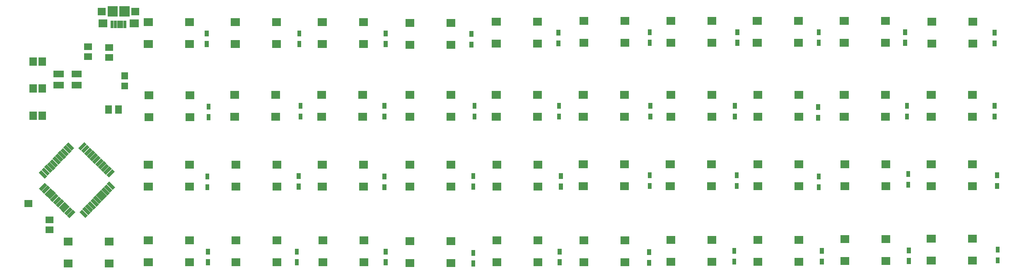
<source format=gts>
G04 Layer: TopSolderMaskLayer*
G04 EasyEDA v6.4.32, 2022-03-07 19:42:49*
G04 6d175750cd924158a65b80fb6ee35e85,2ace594c3a204291bb7abb2ca186b691,10*
G04 Gerber Generator version 0.2*
G04 Scale: 100 percent, Rotated: No, Reflected: No *
G04 Dimensions in millimeters *
G04 leading zeros omitted , absolute positions ,4 integer and 5 decimal *
%FSLAX45Y45*%
%MOMM*%

%ADD10C,0.0001*%

%LPD*%
G36*
X961136Y5096255D02*
G01*
X961136Y5266689D01*
X1111504Y5266689D01*
X1111504Y5096255D01*
G37*
G36*
X1149095Y5096255D02*
G01*
X1149095Y5266689D01*
X1299463Y5266689D01*
X1299463Y5096255D01*
G37*
G36*
X1149095Y4550155D02*
G01*
X1149095Y4720589D01*
X1299463Y4720589D01*
X1299463Y4550155D01*
G37*
G36*
X961136Y4550155D02*
G01*
X961136Y4720589D01*
X1111504Y4720589D01*
X1111504Y4550155D01*
G37*
G36*
X961136Y3991355D02*
G01*
X961136Y4161789D01*
X1111504Y4161789D01*
X1111504Y3991355D01*
G37*
G36*
X1149095Y3991355D02*
G01*
X1149095Y4161789D01*
X1299463Y4161789D01*
X1299463Y3991355D01*
G37*
G36*
X4544568Y5700521D02*
G01*
X4544568Y5820918D01*
X4624831Y5820918D01*
X4624831Y5700521D01*
G37*
G36*
X4544568Y5482081D02*
G01*
X4544568Y5602478D01*
X4624831Y5602478D01*
X4624831Y5482081D01*
G37*
G36*
X4582668Y4201921D02*
G01*
X4582668Y4322318D01*
X4662931Y4322318D01*
X4662931Y4201921D01*
G37*
G36*
X4582668Y3983481D02*
G01*
X4582668Y4103878D01*
X4662931Y4103878D01*
X4662931Y3983481D01*
G37*
G36*
X4557268Y2766821D02*
G01*
X4557268Y2887218D01*
X4637531Y2887218D01*
X4637531Y2766821D01*
G37*
G36*
X4557268Y2548381D02*
G01*
X4557268Y2668778D01*
X4637531Y2668778D01*
X4637531Y2548381D01*
G37*
G36*
X4569968Y1230121D02*
G01*
X4569968Y1350518D01*
X4650231Y1350518D01*
X4650231Y1230121D01*
G37*
G36*
X4569968Y1011681D02*
G01*
X4569968Y1132078D01*
X4650231Y1132078D01*
X4650231Y1011681D01*
G37*
G36*
X6436868Y5700521D02*
G01*
X6436868Y5820918D01*
X6517131Y5820918D01*
X6517131Y5700521D01*
G37*
G36*
X6436868Y5482081D02*
G01*
X6436868Y5602478D01*
X6517131Y5602478D01*
X6517131Y5482081D01*
G37*
G36*
X6462268Y4214621D02*
G01*
X6462268Y4335018D01*
X6542531Y4335018D01*
X6542531Y4214621D01*
G37*
G36*
X6462268Y3996181D02*
G01*
X6462268Y4116578D01*
X6542531Y4116578D01*
X6542531Y3996181D01*
G37*
G36*
X6424168Y2779521D02*
G01*
X6424168Y2899918D01*
X6504431Y2899918D01*
X6504431Y2779521D01*
G37*
G36*
X6424168Y2561081D02*
G01*
X6424168Y2681478D01*
X6504431Y2681478D01*
X6504431Y2561081D01*
G37*
G36*
X6386068Y1230121D02*
G01*
X6386068Y1350518D01*
X6466331Y1350518D01*
X6466331Y1230121D01*
G37*
G36*
X6386068Y1011681D02*
G01*
X6386068Y1132078D01*
X6466331Y1132078D01*
X6466331Y1011681D01*
G37*
G36*
X8202168Y5700521D02*
G01*
X8202168Y5820918D01*
X8282431Y5820918D01*
X8282431Y5700521D01*
G37*
G36*
X8202168Y5482081D02*
G01*
X8202168Y5602478D01*
X8282431Y5602478D01*
X8282431Y5482081D01*
G37*
G36*
X8176768Y4214621D02*
G01*
X8176768Y4335018D01*
X8257031Y4335018D01*
X8257031Y4214621D01*
G37*
G36*
X8176768Y3996181D02*
G01*
X8176768Y4116578D01*
X8257031Y4116578D01*
X8257031Y3996181D01*
G37*
G36*
X8176768Y2766821D02*
G01*
X8176768Y2887218D01*
X8257031Y2887218D01*
X8257031Y2766821D01*
G37*
G36*
X8176768Y2548381D02*
G01*
X8176768Y2668778D01*
X8257031Y2668778D01*
X8257031Y2548381D01*
G37*
G36*
X8202168Y1230121D02*
G01*
X8202168Y1350518D01*
X8282431Y1350518D01*
X8282431Y1230121D01*
G37*
G36*
X8202168Y1011681D02*
G01*
X8202168Y1132078D01*
X8282431Y1132078D01*
X8282431Y1011681D01*
G37*
G36*
X9954768Y5687821D02*
G01*
X9954768Y5808218D01*
X10035031Y5808218D01*
X10035031Y5687821D01*
G37*
G36*
X9954768Y5469381D02*
G01*
X9954768Y5589778D01*
X10035031Y5589778D01*
X10035031Y5469381D01*
G37*
G36*
X10018268Y4214621D02*
G01*
X10018268Y4335018D01*
X10098531Y4335018D01*
X10098531Y4214621D01*
G37*
G36*
X10018268Y3996181D02*
G01*
X10018268Y4116578D01*
X10098531Y4116578D01*
X10098531Y3996181D01*
G37*
G36*
X9992868Y2779521D02*
G01*
X9992868Y2899918D01*
X10073131Y2899918D01*
X10073131Y2779521D01*
G37*
G36*
X9992868Y2561081D02*
G01*
X9992868Y2681478D01*
X10073131Y2681478D01*
X10073131Y2561081D01*
G37*
G36*
X9992868Y1204721D02*
G01*
X9992868Y1325118D01*
X10073131Y1325118D01*
X10073131Y1204721D01*
G37*
G36*
X9992868Y986281D02*
G01*
X9992868Y1106678D01*
X10073131Y1106678D01*
X10073131Y986281D01*
G37*
G36*
X11732768Y5713221D02*
G01*
X11732768Y5833618D01*
X11813031Y5833618D01*
X11813031Y5713221D01*
G37*
G36*
X11732768Y5494781D02*
G01*
X11732768Y5615178D01*
X11813031Y5615178D01*
X11813031Y5494781D01*
G37*
G36*
X11745468Y4214621D02*
G01*
X11745468Y4335018D01*
X11825731Y4335018D01*
X11825731Y4214621D01*
G37*
G36*
X11745468Y3996181D02*
G01*
X11745468Y4116578D01*
X11825731Y4116578D01*
X11825731Y3996181D01*
G37*
G36*
X11783568Y2779521D02*
G01*
X11783568Y2899918D01*
X11863831Y2899918D01*
X11863831Y2779521D01*
G37*
G36*
X11783568Y2561081D02*
G01*
X11783568Y2681478D01*
X11863831Y2681478D01*
X11863831Y2561081D01*
G37*
G36*
X11758168Y1230121D02*
G01*
X11758168Y1350518D01*
X11838431Y1350518D01*
X11838431Y1230121D01*
G37*
G36*
X11758168Y1011681D02*
G01*
X11758168Y1132078D01*
X11838431Y1132078D01*
X11838431Y1011681D01*
G37*
G36*
X13599668Y5725921D02*
G01*
X13599668Y5846318D01*
X13679931Y5846318D01*
X13679931Y5725921D01*
G37*
G36*
X13599668Y5507481D02*
G01*
X13599668Y5627878D01*
X13679931Y5627878D01*
X13679931Y5507481D01*
G37*
G36*
X13612368Y4214621D02*
G01*
X13612368Y4335018D01*
X13692631Y4335018D01*
X13692631Y4214621D01*
G37*
G36*
X13612368Y3996181D02*
G01*
X13612368Y4116578D01*
X13692631Y4116578D01*
X13692631Y3996181D01*
G37*
G36*
X13599668Y2792221D02*
G01*
X13599668Y2912618D01*
X13679931Y2912618D01*
X13679931Y2792221D01*
G37*
G36*
X13599668Y2573781D02*
G01*
X13599668Y2694178D01*
X13679931Y2694178D01*
X13679931Y2573781D01*
G37*
G36*
X13586968Y1217421D02*
G01*
X13586968Y1337818D01*
X13667231Y1337818D01*
X13667231Y1217421D01*
G37*
G36*
X13586968Y998981D02*
G01*
X13586968Y1119378D01*
X13667231Y1119378D01*
X13667231Y998981D01*
G37*
G36*
X15390368Y5725921D02*
G01*
X15390368Y5846318D01*
X15470631Y5846318D01*
X15470631Y5725921D01*
G37*
G36*
X15390368Y5507481D02*
G01*
X15390368Y5627878D01*
X15470631Y5627878D01*
X15470631Y5507481D01*
G37*
G36*
X15339568Y4214621D02*
G01*
X15339568Y4335018D01*
X15419831Y4335018D01*
X15419831Y4214621D01*
G37*
G36*
X15339568Y3996181D02*
G01*
X15339568Y4116578D01*
X15419831Y4116578D01*
X15419831Y3996181D01*
G37*
G36*
X15377668Y2792221D02*
G01*
X15377668Y2912618D01*
X15457931Y2912618D01*
X15457931Y2792221D01*
G37*
G36*
X15377668Y2573781D02*
G01*
X15377668Y2694178D01*
X15457931Y2694178D01*
X15457931Y2573781D01*
G37*
G36*
X15326868Y1242821D02*
G01*
X15326868Y1363218D01*
X15407131Y1363218D01*
X15407131Y1242821D01*
G37*
G36*
X15326868Y1024381D02*
G01*
X15326868Y1144778D01*
X15407131Y1144778D01*
X15407131Y1024381D01*
G37*
G36*
X17054068Y5725921D02*
G01*
X17054068Y5846318D01*
X17134331Y5846318D01*
X17134331Y5725921D01*
G37*
G36*
X17054068Y5507481D02*
G01*
X17054068Y5627878D01*
X17134331Y5627878D01*
X17134331Y5507481D01*
G37*
G36*
X17041368Y4189221D02*
G01*
X17041368Y4309618D01*
X17121631Y4309618D01*
X17121631Y4189221D01*
G37*
G36*
X17041368Y3970781D02*
G01*
X17041368Y4091178D01*
X17121631Y4091178D01*
X17121631Y3970781D01*
G37*
G36*
X17054068Y2766821D02*
G01*
X17054068Y2887218D01*
X17134331Y2887218D01*
X17134331Y2766821D01*
G37*
G36*
X17054068Y2548381D02*
G01*
X17054068Y2668778D01*
X17134331Y2668778D01*
X17134331Y2548381D01*
G37*
G36*
X17117568Y1242821D02*
G01*
X17117568Y1363218D01*
X17197831Y1363218D01*
X17197831Y1242821D01*
G37*
G36*
X17117568Y1024381D02*
G01*
X17117568Y1144778D01*
X17197831Y1144778D01*
X17197831Y1024381D01*
G37*
G36*
X18819368Y5725921D02*
G01*
X18819368Y5846318D01*
X18899631Y5846318D01*
X18899631Y5725921D01*
G37*
G36*
X18819368Y5507481D02*
G01*
X18819368Y5627878D01*
X18899631Y5627878D01*
X18899631Y5507481D01*
G37*
G36*
X18857468Y4214621D02*
G01*
X18857468Y4335018D01*
X18937731Y4335018D01*
X18937731Y4214621D01*
G37*
G36*
X18857468Y3996181D02*
G01*
X18857468Y4116578D01*
X18937731Y4116578D01*
X18937731Y3996181D01*
G37*
G36*
X18882868Y2817621D02*
G01*
X18882868Y2938018D01*
X18963131Y2938018D01*
X18963131Y2817621D01*
G37*
G36*
X18882868Y2599181D02*
G01*
X18882868Y2719578D01*
X18963131Y2719578D01*
X18963131Y2599181D01*
G37*
G36*
X18895568Y1255521D02*
G01*
X18895568Y1375918D01*
X18975831Y1375918D01*
X18975831Y1255521D01*
G37*
G36*
X18895568Y1037081D02*
G01*
X18895568Y1157478D01*
X18975831Y1157478D01*
X18975831Y1037081D01*
G37*
G36*
X20648168Y5713221D02*
G01*
X20648168Y5833618D01*
X20728431Y5833618D01*
X20728431Y5713221D01*
G37*
G36*
X20648168Y5494781D02*
G01*
X20648168Y5615178D01*
X20728431Y5615178D01*
X20728431Y5494781D01*
G37*
G36*
X20648168Y4214621D02*
G01*
X20648168Y4335018D01*
X20728431Y4335018D01*
X20728431Y4214621D01*
G37*
G36*
X20648168Y3996181D02*
G01*
X20648168Y4116578D01*
X20728431Y4116578D01*
X20728431Y3996181D01*
G37*
G36*
X20698968Y2792221D02*
G01*
X20698968Y2912618D01*
X20779231Y2912618D01*
X20779231Y2792221D01*
G37*
G36*
X20698968Y2573781D02*
G01*
X20698968Y2694178D01*
X20779231Y2694178D01*
X20779231Y2573781D01*
G37*
G36*
X20711668Y1268221D02*
G01*
X20711668Y1388618D01*
X20791931Y1388618D01*
X20791931Y1268221D01*
G37*
G36*
X20711668Y1049781D02*
G01*
X20711668Y1170178D01*
X20791931Y1170178D01*
X20791931Y1049781D01*
G37*
G36*
X2838195Y4613655D02*
G01*
X2838195Y4753863D01*
X2978404Y4753863D01*
X2978404Y4613655D01*
G37*
G36*
X2838195Y4821936D02*
G01*
X2838195Y4962144D01*
X2978404Y4962144D01*
X2978404Y4821936D01*
G37*
G36*
X2507234Y5202428D02*
G01*
X2507234Y5338571D01*
X2674365Y5338571D01*
X2674365Y5202428D01*
G37*
G36*
X2507234Y5405628D02*
G01*
X2507234Y5541771D01*
X2674365Y5541771D01*
X2674365Y5405628D01*
G37*
G36*
X2075434Y5418328D02*
G01*
X2075434Y5554471D01*
X2242565Y5554471D01*
X2242565Y5418328D01*
G37*
G36*
X2075434Y5215128D02*
G01*
X2075434Y5351271D01*
X2242565Y5351271D01*
X2242565Y5215128D01*
G37*
G36*
X1288034Y1671828D02*
G01*
X1288034Y1807971D01*
X1455165Y1807971D01*
X1455165Y1671828D01*
G37*
G36*
X1288034Y1875028D02*
G01*
X1288034Y2011171D01*
X1455165Y2011171D01*
X1455165Y1875028D01*
G37*
G36*
X2510027Y4120134D02*
G01*
X2510027Y4287265D01*
X2646172Y4287265D01*
X2646172Y4120134D01*
G37*
G36*
X2713227Y4120134D02*
G01*
X2713227Y4287265D01*
X2849372Y4287265D01*
X2849372Y4120134D01*
G37*
G36*
X1661668Y964945D02*
G01*
X1661668Y1125220D01*
X1841754Y1125220D01*
X1841754Y964945D01*
G37*
G36*
X2501645Y964945D02*
G01*
X2501645Y1125220D01*
X2681986Y1125220D01*
X2681986Y964945D01*
G37*
G36*
X1661413Y1414779D02*
G01*
X1661413Y1575054D01*
X1841754Y1575054D01*
X1841754Y1414779D01*
G37*
G36*
X2501645Y1414779D02*
G01*
X2501645Y1575054D01*
X2681986Y1575054D01*
X2681986Y1414779D01*
G37*
G36*
X3299713Y5460745D02*
G01*
X3299713Y5621020D01*
X3480054Y5621020D01*
X3480054Y5460745D01*
G37*
G36*
X4139945Y5460745D02*
G01*
X4139945Y5621020D01*
X4320286Y5621020D01*
X4320286Y5460745D01*
G37*
G36*
X3299713Y5910579D02*
G01*
X3299713Y6070854D01*
X3480054Y6070854D01*
X3480054Y5910579D01*
G37*
G36*
X4139945Y5910579D02*
G01*
X4139945Y6070854D01*
X4320286Y6070854D01*
X4320286Y5910579D01*
G37*
G36*
X3312413Y3962145D02*
G01*
X3312413Y4122420D01*
X3492754Y4122420D01*
X3492754Y3962145D01*
G37*
G36*
X4152645Y3962145D02*
G01*
X4152645Y4122420D01*
X4332986Y4122420D01*
X4332986Y3962145D01*
G37*
G36*
X3312413Y4411979D02*
G01*
X3312413Y4572254D01*
X3492754Y4572254D01*
X3492754Y4411979D01*
G37*
G36*
X4152645Y4411979D02*
G01*
X4152645Y4572254D01*
X4332986Y4572254D01*
X4332986Y4411979D01*
G37*
G36*
X3299713Y2539745D02*
G01*
X3299713Y2700020D01*
X3480054Y2700020D01*
X3480054Y2539745D01*
G37*
G36*
X4139945Y2539745D02*
G01*
X4139945Y2700020D01*
X4320286Y2700020D01*
X4320286Y2539745D01*
G37*
G36*
X3299713Y2989579D02*
G01*
X3299713Y3149854D01*
X3480054Y3149854D01*
X3480054Y2989579D01*
G37*
G36*
X4139945Y2989579D02*
G01*
X4139945Y3149854D01*
X4320286Y3149854D01*
X4320286Y2989579D01*
G37*
G36*
X3299713Y990345D02*
G01*
X3299713Y1150620D01*
X3480054Y1150620D01*
X3480054Y990345D01*
G37*
G36*
X4139945Y990345D02*
G01*
X4139945Y1150620D01*
X4320286Y1150620D01*
X4320286Y990345D01*
G37*
G36*
X3299713Y1440179D02*
G01*
X3299713Y1600454D01*
X3480054Y1600454D01*
X3480054Y1440179D01*
G37*
G36*
X4139945Y1440179D02*
G01*
X4139945Y1600454D01*
X4320286Y1600454D01*
X4320286Y1440179D01*
G37*
G36*
X5077713Y5460745D02*
G01*
X5077713Y5621020D01*
X5258054Y5621020D01*
X5258054Y5460745D01*
G37*
G36*
X5917945Y5460745D02*
G01*
X5917945Y5621020D01*
X6098286Y5621020D01*
X6098286Y5460745D01*
G37*
G36*
X5077713Y5910579D02*
G01*
X5077713Y6070854D01*
X5258054Y6070854D01*
X5258054Y5910579D01*
G37*
G36*
X5917945Y5910579D02*
G01*
X5917945Y6070854D01*
X6098286Y6070854D01*
X6098286Y5910579D01*
G37*
G36*
X5065013Y3974845D02*
G01*
X5065013Y4135120D01*
X5245354Y4135120D01*
X5245354Y3974845D01*
G37*
G36*
X5905245Y3974845D02*
G01*
X5905245Y4135120D01*
X6085586Y4135120D01*
X6085586Y3974845D01*
G37*
G36*
X5065013Y4424679D02*
G01*
X5065013Y4584954D01*
X5245354Y4584954D01*
X5245354Y4424679D01*
G37*
G36*
X5905245Y4424679D02*
G01*
X5905245Y4584954D01*
X6085586Y4584954D01*
X6085586Y4424679D01*
G37*
G36*
X5090413Y2539745D02*
G01*
X5090413Y2700020D01*
X5270754Y2700020D01*
X5270754Y2539745D01*
G37*
G36*
X5930645Y2539745D02*
G01*
X5930645Y2700020D01*
X6110986Y2700020D01*
X6110986Y2539745D01*
G37*
G36*
X5090413Y2989579D02*
G01*
X5090413Y3149854D01*
X5270754Y3149854D01*
X5270754Y2989579D01*
G37*
G36*
X5930645Y2989579D02*
G01*
X5930645Y3149854D01*
X6110986Y3149854D01*
X6110986Y2989579D01*
G37*
G36*
X5090413Y990345D02*
G01*
X5090413Y1150620D01*
X5270754Y1150620D01*
X5270754Y990345D01*
G37*
G36*
X5930645Y990345D02*
G01*
X5930645Y1150620D01*
X6110986Y1150620D01*
X6110986Y990345D01*
G37*
G36*
X5090413Y1440179D02*
G01*
X5090413Y1600454D01*
X5270754Y1600454D01*
X5270754Y1440179D01*
G37*
G36*
X5930645Y1440179D02*
G01*
X5930645Y1600454D01*
X6110986Y1600454D01*
X6110986Y1440179D01*
G37*
G36*
X6855713Y5460745D02*
G01*
X6855713Y5621020D01*
X7036054Y5621020D01*
X7036054Y5460745D01*
G37*
G36*
X7695945Y5460745D02*
G01*
X7695945Y5621020D01*
X7876286Y5621020D01*
X7876286Y5460745D01*
G37*
G36*
X6855713Y5910579D02*
G01*
X6855713Y6070854D01*
X7036054Y6070854D01*
X7036054Y5910579D01*
G37*
G36*
X7695945Y5910579D02*
G01*
X7695945Y6070854D01*
X7876286Y6070854D01*
X7876286Y5910579D01*
G37*
G36*
X6843013Y3974845D02*
G01*
X6843013Y4135120D01*
X7023354Y4135120D01*
X7023354Y3974845D01*
G37*
G36*
X7683245Y3974845D02*
G01*
X7683245Y4135120D01*
X7863586Y4135120D01*
X7863586Y3974845D01*
G37*
G36*
X6843013Y4424679D02*
G01*
X6843013Y4584954D01*
X7023354Y4584954D01*
X7023354Y4424679D01*
G37*
G36*
X7683245Y4424679D02*
G01*
X7683245Y4584954D01*
X7863586Y4584954D01*
X7863586Y4424679D01*
G37*
G36*
X6855713Y2539745D02*
G01*
X6855713Y2700020D01*
X7036054Y2700020D01*
X7036054Y2539745D01*
G37*
G36*
X7695945Y2539745D02*
G01*
X7695945Y2700020D01*
X7876286Y2700020D01*
X7876286Y2539745D01*
G37*
G36*
X6855713Y2989579D02*
G01*
X6855713Y3149854D01*
X7036054Y3149854D01*
X7036054Y2989579D01*
G37*
G36*
X7695945Y2989579D02*
G01*
X7695945Y3149854D01*
X7876286Y3149854D01*
X7876286Y2989579D01*
G37*
G36*
X6868413Y990345D02*
G01*
X6868413Y1150620D01*
X7048754Y1150620D01*
X7048754Y990345D01*
G37*
G36*
X7708645Y990345D02*
G01*
X7708645Y1150620D01*
X7888986Y1150620D01*
X7888986Y990345D01*
G37*
G36*
X6868413Y1440179D02*
G01*
X6868413Y1600454D01*
X7048754Y1600454D01*
X7048754Y1440179D01*
G37*
G36*
X7708645Y1440179D02*
G01*
X7708645Y1600454D01*
X7888986Y1600454D01*
X7888986Y1440179D01*
G37*
G36*
X8646413Y5448045D02*
G01*
X8646413Y5608320D01*
X8826754Y5608320D01*
X8826754Y5448045D01*
G37*
G36*
X9486645Y5448045D02*
G01*
X9486645Y5608320D01*
X9666986Y5608320D01*
X9666986Y5448045D01*
G37*
G36*
X8646413Y5897879D02*
G01*
X8646413Y6058154D01*
X8826754Y6058154D01*
X8826754Y5897879D01*
G37*
G36*
X9486645Y5897879D02*
G01*
X9486645Y6058154D01*
X9666986Y6058154D01*
X9666986Y5897879D01*
G37*
G36*
X8646413Y3974845D02*
G01*
X8646413Y4135120D01*
X8826754Y4135120D01*
X8826754Y3974845D01*
G37*
G36*
X9486645Y3974845D02*
G01*
X9486645Y4135120D01*
X9666986Y4135120D01*
X9666986Y3974845D01*
G37*
G36*
X8646413Y4424679D02*
G01*
X8646413Y4584954D01*
X8826754Y4584954D01*
X8826754Y4424679D01*
G37*
G36*
X9486645Y4424679D02*
G01*
X9486645Y4584954D01*
X9666986Y4584954D01*
X9666986Y4424679D01*
G37*
G36*
X8646413Y2539745D02*
G01*
X8646413Y2700020D01*
X8826754Y2700020D01*
X8826754Y2539745D01*
G37*
G36*
X9486645Y2539745D02*
G01*
X9486645Y2700020D01*
X9666986Y2700020D01*
X9666986Y2539745D01*
G37*
G36*
X8646413Y2989579D02*
G01*
X8646413Y3149854D01*
X8826754Y3149854D01*
X8826754Y2989579D01*
G37*
G36*
X9486645Y2989579D02*
G01*
X9486645Y3149854D01*
X9666986Y3149854D01*
X9666986Y2989579D01*
G37*
G36*
X8646413Y977645D02*
G01*
X8646413Y1137920D01*
X8826754Y1137920D01*
X8826754Y977645D01*
G37*
G36*
X9486645Y977645D02*
G01*
X9486645Y1137920D01*
X9666986Y1137920D01*
X9666986Y977645D01*
G37*
G36*
X8646413Y1427479D02*
G01*
X8646413Y1587754D01*
X8826754Y1587754D01*
X8826754Y1427479D01*
G37*
G36*
X9486645Y1427479D02*
G01*
X9486645Y1587754D01*
X9666986Y1587754D01*
X9666986Y1427479D01*
G37*
G36*
X10411713Y5473445D02*
G01*
X10411713Y5633720D01*
X10592054Y5633720D01*
X10592054Y5473445D01*
G37*
G36*
X11251945Y5473445D02*
G01*
X11251945Y5633720D01*
X11432286Y5633720D01*
X11432286Y5473445D01*
G37*
G36*
X10411713Y5923279D02*
G01*
X10411713Y6083554D01*
X10592054Y6083554D01*
X10592054Y5923279D01*
G37*
G36*
X11251945Y5923279D02*
G01*
X11251945Y6083554D01*
X11432286Y6083554D01*
X11432286Y5923279D01*
G37*
G36*
X10411713Y3974845D02*
G01*
X10411713Y4135120D01*
X10592054Y4135120D01*
X10592054Y3974845D01*
G37*
G36*
X11251945Y3974845D02*
G01*
X11251945Y4135120D01*
X11432286Y4135120D01*
X11432286Y3974845D01*
G37*
G36*
X10411713Y4424679D02*
G01*
X10411713Y4584954D01*
X10592054Y4584954D01*
X10592054Y4424679D01*
G37*
G36*
X11251945Y4424679D02*
G01*
X11251945Y4584954D01*
X11432286Y4584954D01*
X11432286Y4424679D01*
G37*
G36*
X10424413Y2539745D02*
G01*
X10424413Y2700020D01*
X10604754Y2700020D01*
X10604754Y2539745D01*
G37*
G36*
X11264645Y2539745D02*
G01*
X11264645Y2700020D01*
X11444986Y2700020D01*
X11444986Y2539745D01*
G37*
G36*
X10424413Y2989579D02*
G01*
X10424413Y3149854D01*
X10604754Y3149854D01*
X10604754Y2989579D01*
G37*
G36*
X11264645Y2989579D02*
G01*
X11264645Y3149854D01*
X11444986Y3149854D01*
X11444986Y2989579D01*
G37*
G36*
X10424413Y990345D02*
G01*
X10424413Y1150620D01*
X10604754Y1150620D01*
X10604754Y990345D01*
G37*
G36*
X11264645Y990345D02*
G01*
X11264645Y1150620D01*
X11444986Y1150620D01*
X11444986Y990345D01*
G37*
G36*
X10424413Y1440179D02*
G01*
X10424413Y1600454D01*
X10604754Y1600454D01*
X10604754Y1440179D01*
G37*
G36*
X11264645Y1440179D02*
G01*
X11264645Y1600454D01*
X11444986Y1600454D01*
X11444986Y1440179D01*
G37*
G36*
X12202413Y5486145D02*
G01*
X12202413Y5646420D01*
X12382754Y5646420D01*
X12382754Y5486145D01*
G37*
G36*
X13042645Y5486145D02*
G01*
X13042645Y5646420D01*
X13222986Y5646420D01*
X13222986Y5486145D01*
G37*
G36*
X12202413Y5935979D02*
G01*
X12202413Y6096254D01*
X12382754Y6096254D01*
X12382754Y5935979D01*
G37*
G36*
X13042645Y5935979D02*
G01*
X13042645Y6096254D01*
X13222986Y6096254D01*
X13222986Y5935979D01*
G37*
G36*
X12189713Y3974845D02*
G01*
X12189713Y4135120D01*
X12370054Y4135120D01*
X12370054Y3974845D01*
G37*
G36*
X13029945Y3974845D02*
G01*
X13029945Y4135120D01*
X13210286Y4135120D01*
X13210286Y3974845D01*
G37*
G36*
X12189713Y4424679D02*
G01*
X12189713Y4584954D01*
X12370054Y4584954D01*
X12370054Y4424679D01*
G37*
G36*
X13029945Y4424679D02*
G01*
X13029945Y4584954D01*
X13210286Y4584954D01*
X13210286Y4424679D01*
G37*
G36*
X12189713Y2552445D02*
G01*
X12189713Y2712720D01*
X12370054Y2712720D01*
X12370054Y2552445D01*
G37*
G36*
X13029945Y2552445D02*
G01*
X13029945Y2712720D01*
X13210286Y2712720D01*
X13210286Y2552445D01*
G37*
G36*
X12189713Y3002279D02*
G01*
X12189713Y3162554D01*
X12370054Y3162554D01*
X12370054Y3002279D01*
G37*
G36*
X13029945Y3002279D02*
G01*
X13029945Y3162554D01*
X13210286Y3162554D01*
X13210286Y3002279D01*
G37*
G36*
X12202413Y990345D02*
G01*
X12202413Y1150620D01*
X12382754Y1150620D01*
X12382754Y990345D01*
G37*
G36*
X13042645Y990345D02*
G01*
X13042645Y1150620D01*
X13222986Y1150620D01*
X13222986Y990345D01*
G37*
G36*
X12202413Y1440179D02*
G01*
X12202413Y1600454D01*
X12382754Y1600454D01*
X12382754Y1440179D01*
G37*
G36*
X13042645Y1440179D02*
G01*
X13042645Y1600454D01*
X13222986Y1600454D01*
X13222986Y1440179D01*
G37*
G36*
X13980413Y5486145D02*
G01*
X13980413Y5646420D01*
X14160754Y5646420D01*
X14160754Y5486145D01*
G37*
G36*
X14820645Y5486145D02*
G01*
X14820645Y5646420D01*
X15000986Y5646420D01*
X15000986Y5486145D01*
G37*
G36*
X13980413Y5935979D02*
G01*
X13980413Y6096254D01*
X14160754Y6096254D01*
X14160754Y5935979D01*
G37*
G36*
X14820645Y5935979D02*
G01*
X14820645Y6096254D01*
X15000986Y6096254D01*
X15000986Y5935979D01*
G37*
G36*
X13980413Y3974845D02*
G01*
X13980413Y4135120D01*
X14160754Y4135120D01*
X14160754Y3974845D01*
G37*
G36*
X14820645Y3974845D02*
G01*
X14820645Y4135120D01*
X15000986Y4135120D01*
X15000986Y3974845D01*
G37*
G36*
X13980413Y4424679D02*
G01*
X13980413Y4584954D01*
X14160754Y4584954D01*
X14160754Y4424679D01*
G37*
G36*
X14820645Y4424679D02*
G01*
X14820645Y4584954D01*
X15000986Y4584954D01*
X15000986Y4424679D01*
G37*
G36*
X13967713Y2552445D02*
G01*
X13967713Y2712720D01*
X14148054Y2712720D01*
X14148054Y2552445D01*
G37*
G36*
X14807945Y2552445D02*
G01*
X14807945Y2712720D01*
X14988286Y2712720D01*
X14988286Y2552445D01*
G37*
G36*
X13967713Y3002279D02*
G01*
X13967713Y3162554D01*
X14148054Y3162554D01*
X14148054Y3002279D01*
G37*
G36*
X14807945Y3002279D02*
G01*
X14807945Y3162554D01*
X14988286Y3162554D01*
X14988286Y3002279D01*
G37*
G36*
X13980413Y1003045D02*
G01*
X13980413Y1163320D01*
X14160754Y1163320D01*
X14160754Y1003045D01*
G37*
G36*
X14820645Y1003045D02*
G01*
X14820645Y1163320D01*
X15000986Y1163320D01*
X15000986Y1003045D01*
G37*
G36*
X13980413Y1452879D02*
G01*
X13980413Y1613154D01*
X14160754Y1613154D01*
X14160754Y1452879D01*
G37*
G36*
X14820645Y1452879D02*
G01*
X14820645Y1613154D01*
X15000986Y1613154D01*
X15000986Y1452879D01*
G37*
G36*
X15745713Y5486145D02*
G01*
X15745713Y5646420D01*
X15926054Y5646420D01*
X15926054Y5486145D01*
G37*
G36*
X16585945Y5486145D02*
G01*
X16585945Y5646420D01*
X16766286Y5646420D01*
X16766286Y5486145D01*
G37*
G36*
X15745713Y5935979D02*
G01*
X15745713Y6096254D01*
X15926054Y6096254D01*
X15926054Y5935979D01*
G37*
G36*
X16585945Y5935979D02*
G01*
X16585945Y6096254D01*
X16766286Y6096254D01*
X16766286Y5935979D01*
G37*
G36*
X15758413Y3974845D02*
G01*
X15758413Y4135120D01*
X15938754Y4135120D01*
X15938754Y3974845D01*
G37*
G36*
X16598645Y3974845D02*
G01*
X16598645Y4135120D01*
X16778986Y4135120D01*
X16778986Y3974845D01*
G37*
G36*
X15758413Y4424679D02*
G01*
X15758413Y4584954D01*
X15938754Y4584954D01*
X15938754Y4424679D01*
G37*
G36*
X16598645Y4424679D02*
G01*
X16598645Y4584954D01*
X16778986Y4584954D01*
X16778986Y4424679D01*
G37*
G36*
X15758413Y2552445D02*
G01*
X15758413Y2712720D01*
X15938754Y2712720D01*
X15938754Y2552445D01*
G37*
G36*
X16598645Y2552445D02*
G01*
X16598645Y2712720D01*
X16778986Y2712720D01*
X16778986Y2552445D01*
G37*
G36*
X15758413Y3002279D02*
G01*
X15758413Y3162554D01*
X15938754Y3162554D01*
X15938754Y3002279D01*
G37*
G36*
X16598645Y3002279D02*
G01*
X16598645Y3162554D01*
X16778986Y3162554D01*
X16778986Y3002279D01*
G37*
G36*
X15758413Y1003045D02*
G01*
X15758413Y1163320D01*
X15938754Y1163320D01*
X15938754Y1003045D01*
G37*
G36*
X16598645Y1003045D02*
G01*
X16598645Y1163320D01*
X16778986Y1163320D01*
X16778986Y1003045D01*
G37*
G36*
X15758413Y1452879D02*
G01*
X15758413Y1613154D01*
X15938754Y1613154D01*
X15938754Y1452879D01*
G37*
G36*
X16598645Y1452879D02*
G01*
X16598645Y1613154D01*
X16778986Y1613154D01*
X16778986Y1452879D01*
G37*
G36*
X17523713Y5486145D02*
G01*
X17523713Y5646420D01*
X17704054Y5646420D01*
X17704054Y5486145D01*
G37*
G36*
X18363945Y5486145D02*
G01*
X18363945Y5646420D01*
X18544286Y5646420D01*
X18544286Y5486145D01*
G37*
G36*
X17523713Y5935979D02*
G01*
X17523713Y6096254D01*
X17704054Y6096254D01*
X17704054Y5935979D01*
G37*
G36*
X18363945Y5935979D02*
G01*
X18363945Y6096254D01*
X18544286Y6096254D01*
X18544286Y5935979D01*
G37*
G36*
X17523713Y3974845D02*
G01*
X17523713Y4135120D01*
X17704054Y4135120D01*
X17704054Y3974845D01*
G37*
G36*
X18363945Y3974845D02*
G01*
X18363945Y4135120D01*
X18544286Y4135120D01*
X18544286Y3974845D01*
G37*
G36*
X17523713Y4424679D02*
G01*
X17523713Y4584954D01*
X17704054Y4584954D01*
X17704054Y4424679D01*
G37*
G36*
X18363945Y4424679D02*
G01*
X18363945Y4584954D01*
X18544286Y4584954D01*
X18544286Y4424679D01*
G37*
G36*
X17536413Y2552445D02*
G01*
X17536413Y2712720D01*
X17716754Y2712720D01*
X17716754Y2552445D01*
G37*
G36*
X18376645Y2552445D02*
G01*
X18376645Y2712720D01*
X18556986Y2712720D01*
X18556986Y2552445D01*
G37*
G36*
X17536413Y3002279D02*
G01*
X17536413Y3162554D01*
X17716754Y3162554D01*
X17716754Y3002279D01*
G37*
G36*
X18376645Y3002279D02*
G01*
X18376645Y3162554D01*
X18556986Y3162554D01*
X18556986Y3002279D01*
G37*
G36*
X17536413Y1015745D02*
G01*
X17536413Y1176020D01*
X17716754Y1176020D01*
X17716754Y1015745D01*
G37*
G36*
X18376645Y1015745D02*
G01*
X18376645Y1176020D01*
X18556986Y1176020D01*
X18556986Y1015745D01*
G37*
G36*
X17536413Y1465579D02*
G01*
X17536413Y1625854D01*
X17716754Y1625854D01*
X17716754Y1465579D01*
G37*
G36*
X18376645Y1465579D02*
G01*
X18376645Y1625854D01*
X18556986Y1625854D01*
X18556986Y1465579D01*
G37*
G36*
X19314413Y5473445D02*
G01*
X19314413Y5633720D01*
X19494754Y5633720D01*
X19494754Y5473445D01*
G37*
G36*
X20154645Y5473445D02*
G01*
X20154645Y5633720D01*
X20334986Y5633720D01*
X20334986Y5473445D01*
G37*
G36*
X19314413Y5923279D02*
G01*
X19314413Y6083554D01*
X19494754Y6083554D01*
X19494754Y5923279D01*
G37*
G36*
X20154645Y5923279D02*
G01*
X20154645Y6083554D01*
X20334986Y6083554D01*
X20334986Y5923279D01*
G37*
G36*
X19301713Y3974845D02*
G01*
X19301713Y4135120D01*
X19482054Y4135120D01*
X19482054Y3974845D01*
G37*
G36*
X20141945Y3974845D02*
G01*
X20141945Y4135120D01*
X20322286Y4135120D01*
X20322286Y3974845D01*
G37*
G36*
X19301713Y4424679D02*
G01*
X19301713Y4584954D01*
X19482054Y4584954D01*
X19482054Y4424679D01*
G37*
G36*
X20141945Y4424679D02*
G01*
X20141945Y4584954D01*
X20322286Y4584954D01*
X20322286Y4424679D01*
G37*
G36*
X19301713Y2552445D02*
G01*
X19301713Y2712720D01*
X19482054Y2712720D01*
X19482054Y2552445D01*
G37*
G36*
X20141945Y2552445D02*
G01*
X20141945Y2712720D01*
X20322286Y2712720D01*
X20322286Y2552445D01*
G37*
G36*
X19301713Y3002279D02*
G01*
X19301713Y3162554D01*
X19482054Y3162554D01*
X19482054Y3002279D01*
G37*
G36*
X20141945Y3002279D02*
G01*
X20141945Y3162554D01*
X20322286Y3162554D01*
X20322286Y3002279D01*
G37*
G36*
X19301713Y1028445D02*
G01*
X19301713Y1188720D01*
X19482054Y1188720D01*
X19482054Y1028445D01*
G37*
G36*
X20141945Y1028445D02*
G01*
X20141945Y1188720D01*
X20322286Y1188720D01*
X20322286Y1028445D01*
G37*
G36*
X19301713Y1478279D02*
G01*
X19301713Y1638554D01*
X19482054Y1638554D01*
X19482054Y1478279D01*
G37*
G36*
X20141945Y1478279D02*
G01*
X20141945Y1638554D01*
X20322286Y1638554D01*
X20322286Y1478279D01*
G37*
G36*
X938529Y2199639D02*
G01*
X938529Y2346960D01*
X1022350Y2346960D01*
X1022350Y2199639D01*
G37*
G36*
X857250Y2199639D02*
G01*
X857250Y2346960D01*
X941070Y2346960D01*
X941070Y2199639D01*
G37*
G36*
X1207262Y2529586D02*
G01*
X1155954Y2579370D01*
X1275079Y2703068D01*
X1326642Y2653284D01*
G37*
G36*
X1263904Y2474976D02*
G01*
X1212595Y2524760D01*
X1331721Y2648204D01*
X1383284Y2598420D01*
G37*
G36*
X1322578Y2418587D02*
G01*
X1271015Y2468371D01*
X1390142Y2591815D01*
X1441704Y2542031D01*
G37*
G36*
X1379220Y2363723D02*
G01*
X1327657Y2413507D01*
X1446784Y2537205D01*
X1498345Y2487421D01*
G37*
G36*
X1437639Y2307336D02*
G01*
X1386078Y2357120D01*
X1505457Y2480563D01*
X1556765Y2430779D01*
G37*
G36*
X1494281Y2252726D02*
G01*
X1442720Y2302510D01*
X1562100Y2425954D01*
X1613407Y2376170D01*
G37*
G36*
X1550923Y2197862D02*
G01*
X1499362Y2247645D01*
X1618742Y2371344D01*
X1670050Y2321560D01*
G37*
G36*
X1609344Y2141473D02*
G01*
X1557781Y2191257D01*
X1677162Y2314702D01*
X1728723Y2264918D01*
G37*
G36*
X1665986Y2086863D02*
G01*
X1614423Y2136647D01*
X1733804Y2260092D01*
X1785365Y2210307D01*
G37*
G36*
X1724405Y2030476D02*
G01*
X1672844Y2080005D01*
X1792223Y2203704D01*
X1843786Y2153920D01*
G37*
G36*
X1781047Y1975612D02*
G01*
X1729486Y2025395D01*
X1848865Y2148839D01*
X1900428Y2099055D01*
G37*
G36*
X2106929Y1981454D02*
G01*
X1983231Y2100579D01*
X2033015Y2152142D01*
X2156713Y2032762D01*
G37*
G36*
X2161540Y2038095D02*
G01*
X2038095Y2157221D01*
X2087879Y2208784D01*
X2211324Y2089404D01*
G37*
G36*
X2217927Y2096515D02*
G01*
X2094484Y2215642D01*
X2144268Y2267204D01*
X2267711Y2148078D01*
G37*
G36*
X2272791Y2153157D02*
G01*
X2149093Y2272284D01*
X2198877Y2323845D01*
X2322575Y2204720D01*
G37*
G36*
X2329179Y2211578D02*
G01*
X2205736Y2330957D01*
X2255520Y2382265D01*
X2378963Y2263139D01*
G37*
G36*
X2383790Y2268220D02*
G01*
X2260345Y2387600D01*
X2310129Y2438907D01*
X2433574Y2319781D01*
G37*
G36*
X2438654Y2324862D02*
G01*
X2314956Y2444242D01*
X2364740Y2495550D01*
X2488438Y2376423D01*
G37*
G36*
X2495041Y2383281D02*
G01*
X2371597Y2502662D01*
X2421381Y2554223D01*
X2544825Y2434844D01*
G37*
G36*
X2549652Y2439923D02*
G01*
X2426208Y2559304D01*
X2475991Y2610865D01*
X2599436Y2491486D01*
G37*
G36*
X2606293Y2498344D02*
G01*
X2482595Y2617723D01*
X2532379Y2669286D01*
X2655824Y2549905D01*
G37*
G36*
X2660904Y2554986D02*
G01*
X2537459Y2674365D01*
X2587243Y2725928D01*
X2710688Y2606547D01*
G37*
G36*
X2585720Y2808731D02*
G01*
X2534158Y2858515D01*
X2653538Y2982213D01*
X2704845Y2932429D01*
G37*
G36*
X2529077Y2863595D02*
G01*
X2477515Y2913379D01*
X2596895Y3036823D01*
X2648204Y2987039D01*
G37*
G36*
X2470658Y2919984D02*
G01*
X2419095Y2969768D01*
X2538222Y3093212D01*
X2589784Y3043428D01*
G37*
G36*
X2414015Y2974594D02*
G01*
X2362454Y3024378D01*
X2481579Y3148076D01*
X2533141Y3098292D01*
G37*
G36*
X2355341Y3031236D02*
G01*
X2304034Y3081020D01*
X2423159Y3204463D01*
X2474722Y3154679D01*
G37*
G36*
X2298700Y3085845D02*
G01*
X2247391Y3135629D01*
X2366518Y3259073D01*
X2418079Y3209289D01*
G37*
G36*
X2242058Y3140455D02*
G01*
X2190750Y3190239D01*
X2309875Y3313937D01*
X2361438Y3264154D01*
G37*
G36*
X2183638Y3197097D02*
G01*
X2132075Y3246881D01*
X2251456Y3370326D01*
X2303018Y3320542D01*
G37*
G36*
X2126995Y3251707D02*
G01*
X2075434Y3301492D01*
X2194813Y3424936D01*
X2246375Y3375152D01*
G37*
G36*
X2068575Y3308095D02*
G01*
X2017013Y3357879D01*
X2136393Y3481323D01*
X2187956Y3431794D01*
G37*
G36*
X2011934Y3362960D02*
G01*
X1960372Y3412744D01*
X2079752Y3536187D01*
X2131313Y3486404D01*
G37*
G36*
X1827784Y3359657D02*
G01*
X1704086Y3479037D01*
X1753870Y3530345D01*
X1877568Y3411220D01*
G37*
G36*
X1772920Y3303015D02*
G01*
X1649476Y3422395D01*
X1699260Y3473704D01*
X1822704Y3354578D01*
G37*
G36*
X1716531Y3244595D02*
G01*
X1593087Y3363721D01*
X1642871Y3415284D01*
X1766315Y3296157D01*
G37*
G36*
X1661921Y3187954D02*
G01*
X1538223Y3307079D01*
X1588007Y3358642D01*
X1711705Y3239515D01*
G37*
G36*
X1605279Y3129534D02*
G01*
X1481836Y3248660D01*
X1531620Y3300221D01*
X1655063Y3180842D01*
G37*
G36*
X1550670Y3072892D02*
G01*
X1427226Y3192018D01*
X1477010Y3243579D01*
X1600454Y3124200D01*
G37*
G36*
X1496060Y3016250D02*
G01*
X1372362Y3135376D01*
X1422145Y3186937D01*
X1545844Y3067557D01*
G37*
G36*
X1439418Y2957576D02*
G01*
X1315973Y3076955D01*
X1365757Y3128518D01*
X1489202Y3009137D01*
G37*
G36*
X1384807Y2900934D02*
G01*
X1261363Y3020313D01*
X1311147Y3071876D01*
X1434592Y2952495D01*
G37*
G36*
X1328420Y2842513D02*
G01*
X1204976Y2961894D01*
X1254505Y3013455D01*
X1378204Y2894076D01*
G37*
G36*
X1273555Y2785871D02*
G01*
X1150112Y2905252D01*
X1199895Y2956813D01*
X1323339Y2837434D01*
G37*
G36*
X3011170Y5886195D02*
G01*
X3011170Y6046470D01*
X3191509Y6046470D01*
X3191509Y5886195D01*
G37*
G36*
X2371090Y5886195D02*
G01*
X2371090Y6046470D01*
X2551429Y6046470D01*
X2551429Y5886195D01*
G37*
G36*
X3041650Y6135115D02*
G01*
X3041650Y6285484D01*
X3206750Y6285484D01*
X3206750Y6135115D01*
G37*
G36*
X2355850Y6135115D02*
G01*
X2355850Y6285484D01*
X2520950Y6285484D01*
X2520950Y6135115D01*
G37*
G36*
X2795524Y6105144D02*
G01*
X2795524Y6315455D01*
X3005836Y6315455D01*
X3005836Y6105144D01*
G37*
G36*
X2556763Y6105144D02*
G01*
X2556763Y6315455D01*
X2767075Y6315455D01*
X2767075Y6105144D01*
G37*
G36*
X2880613Y5865876D02*
G01*
X2880613Y6021070D01*
X2941065Y6021070D01*
X2941065Y5865876D01*
G37*
G36*
X2621788Y5865876D02*
G01*
X2621788Y6021070D01*
X2681986Y6021070D01*
X2681986Y5865876D01*
G37*
G36*
X2817113Y5865876D02*
G01*
X2817113Y6021070D01*
X2877565Y6021070D01*
X2877565Y5865876D01*
G37*
G36*
X2685288Y5865876D02*
G01*
X2685288Y6021070D01*
X2745486Y6021070D01*
X2745486Y5865876D01*
G37*
G36*
X2751327Y5865876D02*
G01*
X2751327Y6021070D01*
X2811525Y6021070D01*
X2811525Y5865876D01*
G37*
G36*
X1820163Y4862321D02*
G01*
X1820163Y4992623D01*
X2030475Y4992623D01*
X2030475Y4862321D01*
G37*
G36*
X1449323Y4633721D02*
G01*
X1449323Y4764023D01*
X1659636Y4764023D01*
X1659636Y4633721D01*
G37*
G36*
X1820163Y4633721D02*
G01*
X1820163Y4764023D01*
X2030475Y4764023D01*
X2030475Y4633721D01*
G37*
G36*
X1449323Y4862321D02*
G01*
X1449323Y4992623D01*
X1659636Y4992623D01*
X1659636Y4862321D01*
G37*
M02*

</source>
